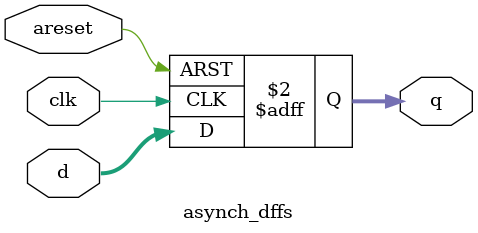
<source format=v>
module asynch_dffs (
    input clk,
    input areset,   // active high asynchronous reset
    input [7:0] d,
    output reg [7:0] q
);
    always@(posedge clk or posedge areset)begin
        if(areset)q<=8'b0;
        else q<=d;
    end

endmodule

</source>
